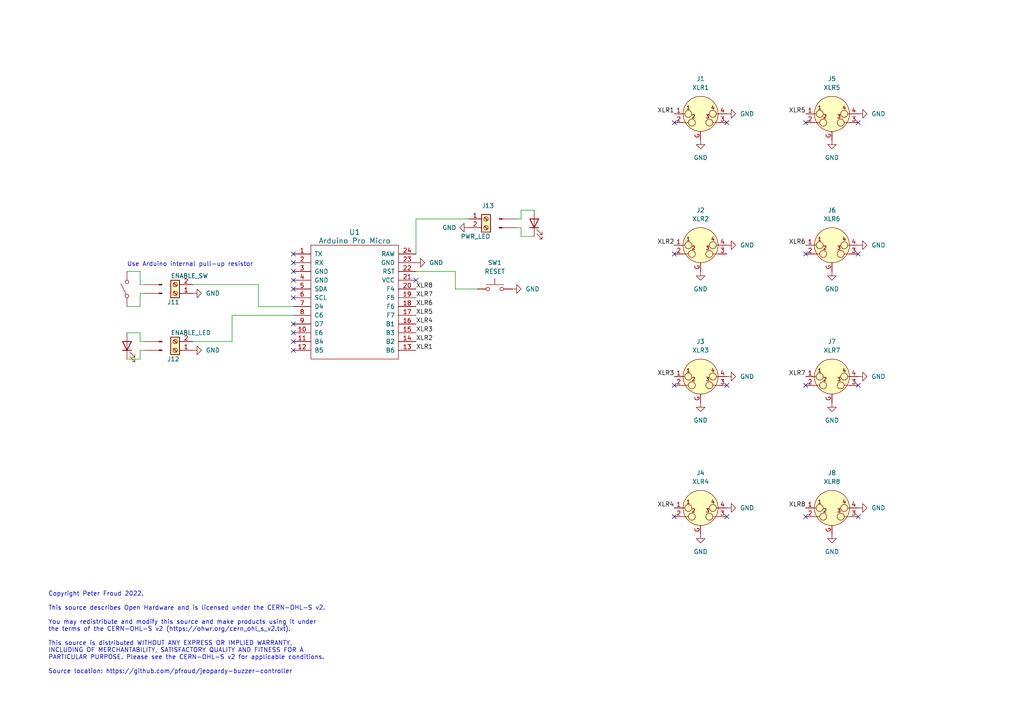
<source format=kicad_sch>
(kicad_sch (version 20211123) (generator eeschema)
  (paper "A4")
  (lib_symbols
    (symbol "Arduino Pro Micro:ProMicro" (pin_names (offset 1.016))
      (property "Reference" "U" (at 0 24.13 0))
      (property "Value" "ProMicro" (at 0 -13.97 0))
      (symbol "ProMicro_0_1"
        (rectangle (start -12.7 21.59) (end 12.7 -11.43))
      )
      (symbol "ProMicro_1_1"
        (pin bidirectional line (at -17.78 19.05 0) (length 5.08) (name "TX") (number "1"))
        (pin bidirectional line (at -17.78 -3.81 0) (length 5.08) (name "E6") (number "10"))
        (pin bidirectional line (at -17.78 -6.35 0) (length 5.08) (name "B4") (number "11"))
        (pin bidirectional line (at -17.78 -8.89 0) (length 5.08) (name "B5") (number "12"))
        (pin bidirectional line (at 17.78 -8.89 180) (length 5.08) (name "B6") (number "13"))
        (pin bidirectional line (at 17.78 -6.35 180) (length 5.08) (name "B2") (number "14"))
        (pin bidirectional line (at 17.78 -3.81 180) (length 5.08) (name "B3") (number "15"))
        (pin bidirectional line (at 17.78 -1.27 180) (length 5.08) (name "B1") (number "16"))
        (pin bidirectional line (at 17.78 1.27 180) (length 5.08) (name "F7") (number "17"))
        (pin bidirectional line (at 17.78 3.81 180) (length 5.08) (name "F6") (number "18"))
        (pin bidirectional line (at 17.78 6.35 180) (length 5.08) (name "F5") (number "19"))
        (pin bidirectional line (at -17.78 16.51 0) (length 5.08) (name "RX") (number "2"))
        (pin bidirectional line (at 17.78 8.89 180) (length 5.08) (name "F4") (number "20"))
        (pin power_in line (at 17.78 11.43 180) (length 5.08) (name "VCC") (number "21"))
        (pin input line (at 17.78 13.97 180) (length 5.08) (name "RST") (number "22"))
        (pin power_in line (at 17.78 16.51 180) (length 5.08) (name "GND") (number "23"))
        (pin power_out line (at 17.78 19.05 180) (length 5.08) (name "RAW") (number "24"))
        (pin power_in line (at -17.78 13.97 0) (length 5.08) (name "GND") (number "3"))
        (pin power_in line (at -17.78 11.43 0) (length 5.08) (name "GND") (number "4"))
        (pin bidirectional line (at -17.78 8.89 0) (length 5.08) (name "SDA") (number "5"))
        (pin bidirectional line (at -17.78 6.35 0) (length 5.08) (name "SCL") (number "6"))
        (pin bidirectional line (at -17.78 3.81 0) (length 5.08) (name "D4") (number "7"))
        (pin bidirectional line (at -17.78 1.27 0) (length 5.08) (name "C6") (number "8"))
        (pin bidirectional line (at -17.78 -1.27 0) (length 5.08) (name "D7") (number "9"))
      )
    )
    (symbol "Conn_01x02_Male_1" (pin_numbers hide) (pin_names (offset 1.016) hide)
      (property "Reference" "J" (at 0 2.54 0))
      (property "Value" "Conn_01x02_Male_1" (at 0 -5.08 0))
      (symbol "Conn_01x02_Male_1_1_1"
        (polyline (pts (xy 1.27 -2.54) (xy 0.8636 -2.54)) (stroke (width 0.1524)))
        (polyline (pts (xy 1.27 0) (xy 0.8636 0)) (stroke (width 0.1524)))
        (rectangle (start 0.8636 -2.413) (end 0 -2.667) (stroke (width 0.1524)) (fill (type outline)))
        (rectangle (start 0.8636 0.127) (end 0 -0.127) (stroke (width 0.1524)) (fill (type outline)))
        (pin passive line (at 5.08 0 180) (length 3.81) (name "Pin_1") (number "1"))
        (pin passive line (at 5.08 -2.54 180) (length 3.81) (name "Pin_2") (number "2"))
      )
    )
    (symbol "Conn_01x02_Male_2" (pin_numbers hide) (pin_names (offset 1.016) hide)
      (property "Reference" "J" (at 0 2.54 0))
      (property "Value" "Conn_01x02_Male_2" (at 0 -5.08 0))
      (symbol "Conn_01x02_Male_2_1_1"
        (polyline (pts (xy 1.27 -2.54) (xy 0.8636 -2.54)) (stroke (width 0.1524)))
        (polyline (pts (xy 1.27 0) (xy 0.8636 0)) (stroke (width 0.1524)))
        (rectangle (start 0.8636 -2.413) (end 0 -2.667) (stroke (width 0.1524)) (fill (type outline)))
        (rectangle (start 0.8636 0.127) (end 0 -0.127) (stroke (width 0.1524)) (fill (type outline)))
        (pin passive line (at 5.08 0 180) (length 3.81) (name "Pin_1") (number "1"))
        (pin passive line (at 5.08 -2.54 180) (length 3.81) (name "Pin_2") (number "2"))
      )
    )
    (symbol "Connector:Conn_01x02_Male" (pin_numbers hide) (pin_names (offset 1.016) hide)
      (property "Reference" "J" (at 0 2.54 0))
      (property "Value" "Conn_01x02_Male" (at 0 -5.08 0))
      (symbol "Conn_01x02_Male_1_1"
        (polyline (pts (xy 1.27 -2.54) (xy 0.8636 -2.54)) (stroke (width 0.1524)))
        (polyline (pts (xy 1.27 0) (xy 0.8636 0)) (stroke (width 0.1524)))
        (rectangle (start 0.8636 -2.413) (end 0 -2.667) (stroke (width 0.1524)) (fill (type outline)))
        (rectangle (start 0.8636 0.127) (end 0 -0.127) (stroke (width 0.1524)) (fill (type outline)))
        (pin passive line (at 5.08 0 180) (length 3.81) (name "Pin_1") (number "1"))
        (pin passive line (at 5.08 -2.54 180) (length 3.81) (name "Pin_2") (number "2"))
      )
    )
    (symbol "Connector:Screw_Terminal_01x02" (pin_names (offset 1.016) hide)
      (property "Reference" "J" (at 0 2.54 0))
      (property "Value" "Screw_Terminal_01x02" (at 0 -5.08 0))
      (symbol "Screw_Terminal_01x02_1_1"
        (rectangle (start -1.27 1.27) (end 1.27 -3.81) (stroke (width 0.254)) (fill (type background)))
        (circle (center 0 -2.54) (radius 0.635) (stroke (width 0.1524)))
        (polyline (pts (xy -0.5334 -2.2098) (xy 0.3302 -3.048)) (stroke (width 0.1524)))
        (polyline (pts (xy -0.5334 0.3302) (xy 0.3302 -0.508)) (stroke (width 0.1524)))
        (polyline (pts (xy -0.3556 -2.032) (xy 0.508 -2.8702)) (stroke (width 0.1524)))
        (polyline (pts (xy -0.3556 0.508) (xy 0.508 -0.3302)) (stroke (width 0.1524)))
        (circle (center 0 0) (radius 0.635) (stroke (width 0.1524)))
        (pin passive line (at -5.08 0 0) (length 3.81) (name "Pin_1") (number "1"))
        (pin passive line (at -5.08 -2.54 0) (length 3.81) (name "Pin_2") (number "2"))
      )
    )
    (symbol "Device:LED" (pin_numbers hide) (pin_names (offset 1.016) hide)
      (property "Reference" "D" (at 0 2.54 0))
      (property "Value" "LED" (at 0 -2.54 0))
      (symbol "LED_0_1"
        (polyline (pts (xy -1.27 -1.27) (xy -1.27 1.27)) (stroke (width 0.254)))
        (polyline (pts (xy -1.27 0) (xy 1.27 0)))
        (polyline (pts (xy 1.27 -1.27) (xy 1.27 1.27) (xy -1.27 0) (xy 1.27 -1.27)) (stroke (width 0.254)))
        (polyline (pts (xy -3.048 -0.762) (xy -4.572 -2.286) (xy -3.81 -2.286) (xy -4.572 -2.286) (xy -4.572 -1.524)))
        (polyline (pts (xy -1.778 -0.762) (xy -3.302 -2.286) (xy -2.54 -2.286) (xy -3.302 -2.286) (xy -3.302 -1.524)))
      )
      (symbol "LED_1_1"
        (pin passive line (at -3.81 0 0) (length 2.54) (name "K") (number "1"))
        (pin passive line (at 3.81 0 180) (length 2.54) (name "A") (number "2"))
      )
    )
    (symbol "Switch:SW_Push" (pin_numbers hide) (pin_names (offset 1.016) hide)
      (property "Reference" "SW" (at 1.27 2.54 0))
      (property "Value" "SW_Push" (at 0 -1.524 0))
      (symbol "SW_Push_0_1"
        (circle (center -2.032 0) (radius 0.508))
        (polyline (pts (xy 0 1.27) (xy 0 3.048)))
        (polyline (pts (xy 2.54 1.27) (xy -2.54 1.27)))
        (circle (center 2.032 0) (radius 0.508))
        (pin passive line (at -5.08 0 0) (length 2.54) (name "1") (number "1"))
        (pin passive line (at 5.08 0 180) (length 2.54) (name "2") (number "2"))
      )
    )
    (symbol "Switch:SW_SPST" (pin_numbers hide) (pin_names (offset 0) hide)
      (property "Reference" "SW" (at 0 3.175 0))
      (property "Value" "SW_SPST" (at 0 -2.54 0))
      (symbol "SW_SPST_0_0"
        (circle (center -2.032 0) (radius 0.508))
        (polyline (pts (xy -1.524 0.254) (xy 1.524 1.778)))
        (circle (center 2.032 0) (radius 0.508))
      )
      (symbol "SW_SPST_1_1"
        (pin passive line (at -5.08 0 0) (length 2.54) (name "A") (number "1"))
        (pin passive line (at 5.08 0 180) (length 2.54) (name "B") (number "2"))
      )
    )
    (symbol "XLR_connector_with_ground_pin:XLR4_Ground" (pin_names hide)
      (property "Reference" "J" (at 0 8.89 0))
      (property "Value" "XLR4_Ground" (at 0 6.35 0))
      (symbol "XLR4_Ground_0_1"
        (circle (center -3.556 0) (radius 1.016))
        (circle (center -2.54 -2.54) (radius 1.016))
        (polyline (pts (xy -5.08 -2.54) (xy -4.445 -2.54)))
        (polyline (pts (xy -5.08 0) (xy -4.572 0)))
        (polyline (pts (xy -4.572 -2.54) (xy -3.556 -2.54)))
        (polyline (pts (xy 4.318 -2.54) (xy 3.556 -2.54)))
        (polyline (pts (xy 5.08 -2.54) (xy 4.445 -2.54)))
        (polyline (pts (xy 5.08 0) (xy 4.572 0)))
        (circle (center 0 0) (radius 5.08) (fill (type background)))
        (circle (center 2.54 -2.54) (radius 1.016))
        (circle (center 3.556 0) (radius 1.016))
        (text "1" (at -3.556 1.778 0) (effects (font (size 1.016 1.016) bold)))
        (text "2" (at -2.032 -0.762 0) (effects (font (size 1.016 1.016) bold)))
        (text "3" (at 2.032 -0.762 0) (effects (font (size 1.016 1.016) bold)))
        (text "4" (at 3.556 1.778 0) (effects (font (size 1.016 1.016) bold)))
      )
      (symbol "XLR4_Ground_1_1"
        (pin passive line (at -7.62 0 0) (length 2.54) (name "1") (number "1"))
        (pin passive line (at -7.62 -2.54 0) (length 2.54) (name "2") (number "2"))
        (pin passive line (at 7.62 -2.54 180) (length 2.54) (name "3") (number "3"))
        (pin passive line (at 7.62 0 180) (length 2.54) (name "4") (number "4"))
        (pin passive line (at 0 -7.62 90) (length 2.54) (name "G") (number "G"))
      )
    )
    (symbol "power:GND" (power) (pin_names (offset 0))
      (property "Value" "GND" (at 0 -3.81 0))
      (symbol "GND_0_1"
        (polyline (pts (xy 0 0) (xy 0 -1.27) (xy 1.27 -1.27) (xy 0 -2.54) (xy -1.27 -1.27) (xy 0 -1.27)))
      )
      (symbol "GND_1_1"
        (pin power_in line (at 0 0 270) (length 0) hide (name "GND") (number "1"))
      )
    )
  )
  (no_connect (at 85.09 93.98))
  (no_connect (at 85.09 99.06))
  (no_connect (at 85.09 78.74))
  (no_connect (at 248.92 35.56))
  (no_connect (at 233.68 35.56))
  (no_connect (at 210.82 111.76))
  (no_connect (at 195.58 111.76))
  (no_connect (at 210.82 35.56))
  (no_connect (at 195.58 35.56))
  (no_connect (at 210.82 149.86))
  (no_connect (at 195.58 149.86))
  (no_connect (at 248.92 149.86))
  (no_connect (at 233.68 149.86))
  (no_connect (at 233.68 111.76))
  (no_connect (at 248.92 111.76))
  (no_connect (at 233.68 73.66))
  (no_connect (at 195.58 73.66))
  (no_connect (at 248.92 73.66))
  (no_connect (at 85.09 83.82))
  (no_connect (at 120.65 81.28))
  (no_connect (at 85.09 81.28))
  (no_connect (at 85.09 76.2))
  (no_connect (at 85.09 96.52))
  (no_connect (at 85.09 101.6))
  (no_connect (at 85.09 73.66))
  (no_connect (at 85.09 86.36))
  (wire (pts (xy 151.13 66.04) (xy 151.13 68.58)))
  (wire (pts (xy 132.08 83.82) (xy 138.43 83.82)))
  (wire (pts (xy 149.86 66.04) (xy 151.13 66.04)))
  (wire (pts (xy 85.09 88.9) (xy 74.93 88.9)))
  (wire (pts (xy 151.13 63.5) (xy 151.13 60.96)))
  (wire (pts (xy 40.64 104.14) (xy 36.83 104.14)))
  (wire (pts (xy 40.64 99.06) (xy 40.64 96.52)))
  (wire (pts (xy 41.91 82.55) (xy 40.64 82.55)))
  (wire (pts (xy 132.08 78.74) (xy 132.08 83.82)))
  (wire (pts (xy 40.64 96.52) (xy 36.83 96.52)))
  (wire (pts (xy 120.65 78.74) (xy 132.08 78.74)))
  (wire (pts (xy 41.91 99.06) (xy 40.64 99.06)))
  (wire (pts (xy 67.31 99.06) (xy 55.88 99.06)))
  (wire (pts (xy 135.89 63.5) (xy 120.65 63.5)))
  (wire (pts (xy 67.31 91.44) (xy 67.31 99.06)))
  (wire (pts (xy 120.65 63.5) (xy 120.65 73.66)))
  (wire (pts (xy 74.93 88.9) (xy 74.93 82.55)))
  (wire (pts (xy 151.13 60.96) (xy 154.94 60.96)))
  (wire (pts (xy 40.64 88.9) (xy 36.83 88.9)))
  (wire (pts (xy 149.86 63.5) (xy 151.13 63.5)))
  (wire (pts (xy 40.64 101.6) (xy 40.64 104.14)))
  (wire (pts (xy 151.13 68.58) (xy 154.94 68.58)))
  (wire (pts (xy 85.09 91.44) (xy 67.31 91.44)))
  (wire (pts (xy 41.91 101.6) (xy 40.64 101.6)))
  (wire (pts (xy 40.64 78.74) (xy 36.83 78.74)))
  (wire (pts (xy 40.64 85.09) (xy 40.64 88.9)))
  (wire (pts (xy 40.64 82.55) (xy 40.64 78.74)))
  (wire (pts (xy 74.93 82.55) (xy 55.88 82.55)))
  (wire (pts (xy 41.91 85.09) (xy 40.64 85.09)))
  (text "Use Arduino internal pull-up resistor" (at 36.83 77.47 0) (effects (font (size 1.27 1.27)) (justify left bottom)))
  (text "Copyright Peter Froud 2022.\n\nThis source describes Open Hardware and is licensed under the CERN-OHL-S v2.\n\nYou may redistribute and modify this source and make products using it under\nthe terms of the CERN-OHL-S v2 (https://ohwr.org/cern_ohl_s_v2.txt).\n\nThis source is distributed WITHOUT ANY EXPRESS OR IMPLIED WARRANTY,\nINCLUDING OF MERCHANTABILITY, SATISFACTORY QUALITY AND FITNESS FOR A\nPARTICULAR PURPOSE. Please see the CERN-OHL-S v2 for applicable conditions. \n\nSource location: https://github.com/pfroud/jeopardy-buzzer-controller" (at 13.97 195.58 0) (effects (font (size 1.27 1.27)) (justify left bottom)))
  (label "XLR6" (at 120.65 88.9 0))
  (label "XLR4" (at 120.65 93.98 0))
  (label "XLR8" (at 233.68 147.32 180))
  (label "XLR1" (at 195.58 33.02 180))
  (label "XLR3" (at 120.65 96.52 0))
  (label "XLR3" (at 195.58 109.22 180))
  (label "XLR8" (at 120.65 83.82 0))
  (label "XLR5" (at 233.68 33.02 180))
  (label "XLR2" (at 195.58 71.12 180))
  (label "XLR2" (at 120.65 99.06 0))
  (label "XLR5" (at 120.65 91.44 0))
  (label "XLR7" (at 120.65 86.36 0))
  (label "XLR6" (at 233.68 71.12 180))
  (label "XLR4" (at 195.58 147.32 180))
  (label "XLR7" (at 233.68 109.22 180))
  (label "XLR1" (at 120.65 101.6 0))
  (symbol (lib_id "power:GND") (at 241.3 78.74 0) (unit 1)
    (property "Reference" "#PWR08" (effects hide))
    (property "Value" "GND" (at 241.3 83.82 0))
  )
  (symbol (lib_id "XLR_connector_with_ground_pin:XLR4_Ground") (at 203.2 147.32 0) (unit 1)
    (property "Reference" "J4" (at 203.2 137.16 0))
    (property "Value" "XLR4" (at 203.2 139.7 0))
    (property "Footprint" "Connector_Audio:Jack_XLR_Neutrik_NC4MBV_Vertical" (effects hide))
    (property "Datasheet" " ~" (effects hide))
  )
  (symbol (lib_id "XLR_connector_with_ground_pin:XLR4_Ground") (at 203.2 109.22 0) (unit 1)
    (property "Reference" "J3" (at 203.2 99.06 0))
    (property "Value" "XLR3" (at 203.2 101.6 0))
    (property "Footprint" "Connector_Audio:Jack_XLR_Neutrik_NC4MBV_Vertical" (effects hide))
    (property "Datasheet" " ~" (effects hide))
  )
  (symbol (lib_id "Arduino Pro Micro:ProMicro") (at 102.87 92.71 0) (unit 1)
    (property "Reference" "U1" (at 102.87 67.31 0) (effects (font (size 1.524 1.524))))
    (property "Value" "Arduino Pro Micro" (at 102.87 69.85 0) (effects (font (size 1.524 1.524))))
    (property "Footprint" "Arduino_Pro_Micro:ProMicro" (effects hide))
  )
  (symbol (lib_id "power:GND") (at 241.3 40.64 0) (unit 1)
    (property "Reference" "#PWR05" (effects hide))
    (property "Value" "GND" (at 241.3 45.72 0))
  )
  (symbol (lib_name "Conn_01x02_Male_2") (lib_id "Connector:Conn_01x02_Male") (at 144.78 63.5 0) (unit 1) (in_bom no) (on_board no)
    (property "Reference" "J14" (effects hide))
    (property "Value" "Conn_01x02_Male" (effects hide))
  )
  (symbol (lib_id "Connector:Screw_Terminal_01x02") (at 50.8 101.6 180) (unit 1)
    (property "Reference" "J12" (at 52.07 104.1401 0) (effects (justify left)))
    (property "Value" "ENABLE_LED" (at 49.53 96.5201 0) (effects (justify right)))
    (property "Footprint" "TerminalBlock_Phoenix:TerminalBlock_Phoenix_MKDS-1,5-2-5.08_1x02_P5.08mm_Horizontal" (effects hide))
  )
  (symbol (lib_id "XLR_connector_with_ground_pin:XLR4_Ground") (at 241.3 109.22 0) (unit 1)
    (property "Reference" "J7" (at 241.3 99.06 0))
    (property "Value" "XLR7" (at 241.3 101.6 0))
    (property "Footprint" "Connector_Audio:Jack_XLR_Neutrik_NC4MBV_Vertical" (effects hide))
    (property "Datasheet" " ~" (effects hide))
  )
  (symbol (lib_id "Connector:Screw_Terminal_01x02") (at 140.97 63.5 0) (unit 1)
    (property "Reference" "J13" (at 139.7 59.6899 0) (effects (justify left)))
    (property "Value" "PWR_LED" (at 142.24 68.5799 0) (effects (justify right)))
    (property "Footprint" "TerminalBlock_Phoenix:TerminalBlock_Phoenix_MKDS-1,5-2-5.08_1x02_P5.08mm_Horizontal" (effects hide))
  )
  (symbol (lib_id "power:GND") (at 203.2 116.84 0) (unit 1)
    (property "Reference" "#PWR012" (effects hide))
    (property "Value" "GND" (at 203.2 121.92 0))
  )
  (symbol (lib_id "XLR_connector_with_ground_pin:XLR4_Ground") (at 241.3 71.12 0) (unit 1)
    (property "Reference" "J6" (at 241.3 60.96 0))
    (property "Value" "XLR6" (at 241.3 63.5 0))
    (property "Footprint" "Connector_Audio:Jack_XLR_Neutrik_NC4MBV_Vertical" (effects hide))
    (property "Datasheet" " ~" (effects hide))
  )
  (symbol (lib_id "Device:LED") (at 154.94 64.77 90) (unit 1) (in_bom no) (on_board no)
    (property "Reference" "D1" (effects hide))
    (property "Value" "Power_LED" (effects hide))
  )
  (symbol (lib_id "power:GND") (at 135.89 66.04 270) (unit 1)
    (property "Reference" "#PWR0105" (effects hide))
    (property "Value" "GND" (at 128.27 66.0399 90) (effects (justify left)))
  )
  (symbol (lib_id "power:GND") (at 55.88 85.09 90) (unit 1)
    (property "Reference" "#PWR0102" (effects hide))
    (property "Value" "GND" (at 59.69 85.0899 90) (effects (justify right)))
  )
  (symbol (lib_id "power:GND") (at 210.82 33.02 90) (unit 1)
    (property "Reference" "#PWR02" (effects hide))
    (property "Value" "GND" (at 214.63 33.0199 90) (effects (justify right)))
  )
  (symbol (lib_id "power:GND") (at 148.59 83.82 90) (unit 1)
    (property "Reference" "#PWR0103" (effects hide))
    (property "Value" "GND" (at 152.4 83.8199 90) (effects (justify right)))
  )
  (symbol (lib_id "XLR_connector_with_ground_pin:XLR4_Ground") (at 203.2 71.12 0) (unit 1)
    (property "Reference" "J2" (at 203.2 60.96 0))
    (property "Value" "XLR2" (at 203.2 63.5 0))
    (property "Footprint" "Connector_Audio:Jack_XLR_Neutrik_NC4MBV_Vertical" (effects hide))
    (property "Datasheet" " ~" (effects hide))
  )
  (symbol (lib_id "Switch:SW_Push") (at 143.51 83.82 0) (unit 1)
    (property "Reference" "SW1" (at 143.51 76.2 0))
    (property "Value" "RESET" (at 143.51 78.74 0))
    (property "Footprint" "Button_Switch_THT:SW_PUSH_6mm" (effects hide))
  )
  (symbol (lib_id "power:GND") (at 203.2 40.64 0) (unit 1)
    (property "Reference" "#PWR04" (effects hide))
    (property "Value" "GND" (at 203.2 45.72 0))
  )
  (symbol (lib_id "power:GND") (at 210.82 109.22 90) (unit 1)
    (property "Reference" "#PWR010" (effects hide))
    (property "Value" "GND" (at 214.63 109.2199 90) (effects (justify right)))
  )
  (symbol (lib_id "power:GND") (at 241.3 116.84 0) (unit 1)
    (property "Reference" "#PWR017" (effects hide))
    (property "Value" "GND" (at 241.3 121.92 0))
  )
  (symbol (lib_id "XLR_connector_with_ground_pin:XLR4_Ground") (at 203.2 33.02 0) (unit 1)
    (property "Reference" "J1" (at 203.2 22.86 0))
    (property "Value" "XLR1" (at 203.2 25.4 0))
    (property "Footprint" "Connector_Audio:Jack_XLR_Neutrik_NC4MBV_Vertical" (effects hide))
    (property "Datasheet" " ~" (effects hide))
  )
  (symbol (lib_id "power:GND") (at 241.3 154.94 0) (unit 1)
    (property "Reference" "#PWR016" (effects hide))
    (property "Value" "GND" (at 241.3 160.02 0))
  )
  (symbol (lib_id "power:GND") (at 120.65 76.2 90) (unit 1)
    (property "Reference" "#PWR0104" (effects hide))
    (property "Value" "GND" (at 124.46 76.1999 90) (effects (justify right)))
  )
  (symbol (lib_id "Connector:Screw_Terminal_01x02") (at 50.8 85.09 180) (unit 1)
    (property "Reference" "J11" (at 52.07 87.6301 0) (effects (justify left)))
    (property "Value" "ENABLE_SW" (at 49.53 80.0101 0) (effects (justify right)))
    (property "Footprint" "TerminalBlock_Phoenix:TerminalBlock_Phoenix_MKDS-1,5-2-5.08_1x02_P5.08mm_Horizontal" (effects hide))
  )
  (symbol (lib_id "Device:LED") (at 36.83 100.33 90) (unit 1) (in_bom no) (on_board no)
    (property "Reference" "D2" (effects hide))
    (property "Value" "Enable_LED" (effects hide))
  )
  (symbol (lib_id "power:GND") (at 210.82 147.32 90) (unit 1)
    (property "Reference" "#PWR013" (effects hide))
    (property "Value" "GND" (at 214.63 147.3199 90) (effects (justify right)))
  )
  (symbol (lib_id "power:GND") (at 203.2 78.74 0) (unit 1)
    (property "Reference" "#PWR09" (effects hide))
    (property "Value" "GND" (at 203.2 83.82 0))
  )
  (symbol (lib_id "power:GND") (at 210.82 71.12 90) (unit 1)
    (property "Reference" "#PWR07" (effects hide))
    (property "Value" "GND" (at 214.63 71.1199 90) (effects (justify right)))
  )
  (symbol (lib_id "power:GND") (at 248.92 71.12 90) (unit 1)
    (property "Reference" "#PWR06" (effects hide))
    (property "Value" "GND" (at 252.73 71.1199 90) (effects (justify right)))
  )
  (symbol (lib_id "XLR_connector_with_ground_pin:XLR4_Ground") (at 241.3 147.32 0) (unit 1)
    (property "Reference" "J8" (at 241.3 137.16 0))
    (property "Value" "XLR8" (at 241.3 139.7 0))
    (property "Footprint" "Connector_Audio:Jack_XLR_Neutrik_NC4MBV_Vertical" (effects hide))
    (property "Datasheet" " ~" (effects hide))
  )
  (symbol (lib_id "power:GND") (at 248.92 147.32 90) (unit 1)
    (property "Reference" "#PWR014" (effects hide))
    (property "Value" "GND" (at 252.73 147.3199 90) (effects (justify right)))
  )
  (symbol (lib_id "power:GND") (at 248.92 33.02 90) (unit 1)
    (property "Reference" "#PWR03" (effects hide))
    (property "Value" "GND" (at 252.73 33.0199 90) (effects (justify right)))
  )
  (symbol (lib_id "XLR_connector_with_ground_pin:XLR4_Ground") (at 241.3 33.02 0) (unit 1)
    (property "Reference" "J5" (at 241.3 22.86 0))
    (property "Value" "XLR5" (at 241.3 25.4 0))
    (property "Footprint" "Connector_Audio:Jack_XLR_Neutrik_NC4MBV_Vertical" (effects hide))
    (property "Datasheet" " ~" (effects hide))
  )
  (symbol (lib_id "Connector:Conn_01x02_Male") (at 46.99 85.09 180) (unit 1) (in_bom no) (on_board no)
    (property "Reference" "J9" (effects hide))
    (property "Value" "Conn_01x02_Male" (effects hide))
  )
  (symbol (lib_name "Conn_01x02_Male_1") (lib_id "Connector:Conn_01x02_Male") (at 46.99 101.6 180) (unit 1) (in_bom no) (on_board no)
    (property "Reference" "J10" (effects hide))
    (property "Value" "Conn_01x02_Male" (effects hide))
  )
  (symbol (lib_id "power:GND") (at 203.2 154.94 0) (unit 1)
    (property "Reference" "#PWR015" (effects hide))
    (property "Value" "GND" (at 203.2 160.02 0))
  )
  (symbol (lib_id "power:GND") (at 248.92 109.22 90) (unit 1)
    (property "Reference" "#PWR011" (effects hide))
    (property "Value" "GND" (at 252.73 109.2199 90) (effects (justify right)))
  )
  (symbol (lib_id "Switch:SW_SPST") (at 36.83 83.82 90) (unit 1) (in_bom no) (on_board no)
    (property "Reference" "SW2" (effects hide))
    (property "Value" "Enable_switch" (effects hide))
  )
  (symbol (lib_id "power:GND") (at 55.88 101.6 90) (unit 1)
    (property "Reference" "#PWR0101" (effects hide))
    (property "Value" "GND" (at 59.69 101.5999 90) (effects (justify right)))
  )
)
</source>
